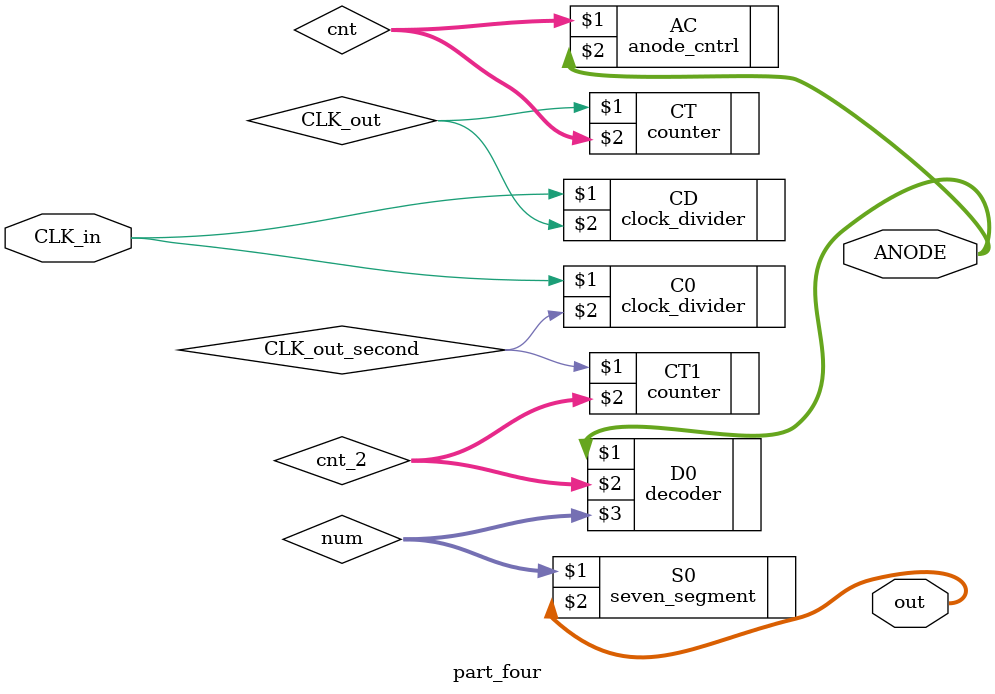
<source format=v>
`timescale 1ns / 1ps

module part_four(CLK_in, ANODE, out);

    input        CLK_in;
    output [7:0] ANODE; 
    output [6:0] out;


    wire        CLK_out;
    wire [1:0]  cnt;
    wire        CLK_out_second;
    wire [1:0]  cnt_2;
    wire [3:0]  num;

clock_divider       C0(CLK_in,CLK_out_second);
    defparam        C0.divisor = 28'd100000000;

clock_divider       CD(CLK_in, CLK_out);
counter             CT(CLK_out, cnt); //anodes
counter             CT1(CLK_out_second, cnt_2);//rotation

anode_cntrl         AC(cnt, ANODE);
decoder             D0(ANODE, cnt_2, num);
seven_segment       S0(num, out);

endmodule

</source>
